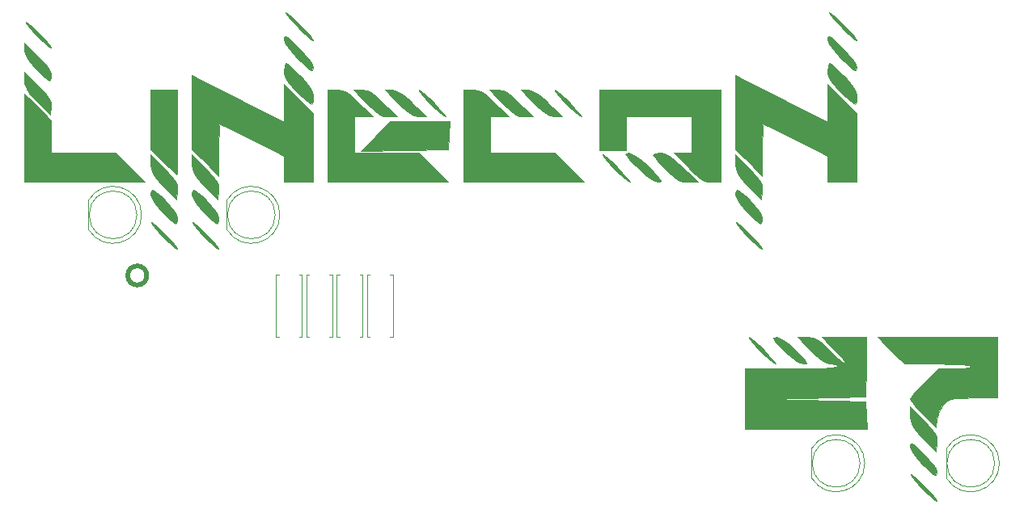
<source format=gbr>
G04 #@! TF.GenerationSoftware,KiCad,Pcbnew,(5.1.2)-1*
G04 #@! TF.CreationDate,2019-06-29T13:34:35-04:00*
G04 #@! TF.ProjectId,linecon27,6c696e65-636f-46e3-9237-2e6b69636164,rev?*
G04 #@! TF.SameCoordinates,Original*
G04 #@! TF.FileFunction,Legend,Top*
G04 #@! TF.FilePolarity,Positive*
%FSLAX46Y46*%
G04 Gerber Fmt 4.6, Leading zero omitted, Abs format (unit mm)*
G04 Created by KiCad (PCBNEW (5.1.2)-1) date 2019-06-29 13:34:35*
%MOMM*%
%LPD*%
G04 APERTURE LIST*
%ADD10C,0.010000*%
%ADD11C,0.500000*%
%ADD12C,0.120000*%
G04 APERTURE END LIST*
D10*
G36*
X216407934Y-117212536D02*
G01*
X216887270Y-117607837D01*
X217527468Y-118213110D01*
X217678000Y-118364000D01*
X218310191Y-119034817D01*
X218751607Y-119563046D01*
X218923942Y-119853262D01*
X218918234Y-119875431D01*
X218694065Y-119769463D01*
X218214729Y-119374162D01*
X217574531Y-118768889D01*
X217424000Y-118618000D01*
X216791808Y-117947182D01*
X216350392Y-117418953D01*
X216178057Y-117128737D01*
X216183765Y-117106568D01*
X216407934Y-117212536D01*
X216407934Y-117212536D01*
G37*
X216407934Y-117212536D02*
X216887270Y-117607837D01*
X217527468Y-118213110D01*
X217678000Y-118364000D01*
X218310191Y-119034817D01*
X218751607Y-119563046D01*
X218923942Y-119853262D01*
X218918234Y-119875431D01*
X218694065Y-119769463D01*
X218214729Y-119374162D01*
X217574531Y-118768889D01*
X217424000Y-118618000D01*
X216791808Y-117947182D01*
X216350392Y-117418953D01*
X216178057Y-117128737D01*
X216183765Y-117106568D01*
X216407934Y-117212536D01*
G36*
X216641740Y-114065434D02*
G01*
X217207624Y-114599472D01*
X217573656Y-114963178D01*
X218372150Y-115822306D01*
X218803183Y-116449503D01*
X218911015Y-116910415D01*
X218907156Y-116941095D01*
X218829122Y-117190142D01*
X218653184Y-117205496D01*
X218303718Y-116944789D01*
X217705102Y-116365650D01*
X217487500Y-116145690D01*
X216634629Y-115177716D01*
X216205936Y-114439295D01*
X216154000Y-114167773D01*
X216184876Y-113888776D01*
X216324140Y-113841599D01*
X216641740Y-114065434D01*
X216641740Y-114065434D01*
G37*
X216641740Y-114065434D02*
X217207624Y-114599472D01*
X217573656Y-114963178D01*
X218372150Y-115822306D01*
X218803183Y-116449503D01*
X218911015Y-116910415D01*
X218907156Y-116941095D01*
X218829122Y-117190142D01*
X218653184Y-117205496D01*
X218303718Y-116944789D01*
X217705102Y-116365650D01*
X217487500Y-116145690D01*
X216634629Y-115177716D01*
X216205936Y-114439295D01*
X216154000Y-114167773D01*
X216184876Y-113888776D01*
X216324140Y-113841599D01*
X216641740Y-114065434D01*
G36*
X217568887Y-111402409D02*
G01*
X218287838Y-112146989D01*
X218703622Y-112676594D01*
X218888306Y-113118684D01*
X218913954Y-113600722D01*
X218902387Y-113760957D01*
X218821000Y-114704618D01*
X217487500Y-113351322D01*
X216780808Y-112598046D01*
X216376146Y-112039053D01*
X216193837Y-111533420D01*
X216154000Y-110992773D01*
X216154000Y-109987521D01*
X217568887Y-111402409D01*
X217568887Y-111402409D01*
G37*
X217568887Y-111402409D02*
X218287838Y-112146989D01*
X218703622Y-112676594D01*
X218888306Y-113118684D01*
X218913954Y-113600722D01*
X218902387Y-113760957D01*
X218821000Y-114704618D01*
X217487500Y-113351322D01*
X216780808Y-112598046D01*
X216376146Y-112039053D01*
X216193837Y-111533420D01*
X216154000Y-110992773D01*
X216154000Y-109987521D01*
X217568887Y-111402409D01*
G36*
X205946550Y-102786081D02*
G01*
X206433085Y-102967982D01*
X206971410Y-103367693D01*
X207696977Y-104064200D01*
X207772000Y-104140000D01*
X208459409Y-104804857D01*
X209028039Y-105298054D01*
X209372994Y-105529889D01*
X209405646Y-105537000D01*
X209363351Y-105373961D01*
X209024951Y-104941130D01*
X208458477Y-104322934D01*
X208280000Y-104140000D01*
X206900353Y-102743000D01*
X211597635Y-102743000D01*
X211526317Y-105854500D01*
X211455000Y-108966000D01*
X201549000Y-109230920D01*
X211455000Y-109474000D01*
X211531175Y-110934500D01*
X211607351Y-112395000D01*
X198882000Y-112395000D01*
X198882000Y-106045000D01*
X203708000Y-106045000D01*
X205516106Y-106031918D01*
X206929972Y-105993784D01*
X207917958Y-105932262D01*
X208448426Y-105849018D01*
X208534000Y-105791000D01*
X208314610Y-105607520D01*
X207826823Y-105537000D01*
X207296867Y-105411168D01*
X206659418Y-104994092D01*
X205825788Y-104226402D01*
X205740000Y-104140000D01*
X204360353Y-102743000D01*
X205376353Y-102743000D01*
X205946550Y-102786081D01*
X205946550Y-102786081D01*
G37*
X205946550Y-102786081D02*
X206433085Y-102967982D01*
X206971410Y-103367693D01*
X207696977Y-104064200D01*
X207772000Y-104140000D01*
X208459409Y-104804857D01*
X209028039Y-105298054D01*
X209372994Y-105529889D01*
X209405646Y-105537000D01*
X209363351Y-105373961D01*
X209024951Y-104941130D01*
X208458477Y-104322934D01*
X208280000Y-104140000D01*
X206900353Y-102743000D01*
X211597635Y-102743000D01*
X211526317Y-105854500D01*
X211455000Y-108966000D01*
X201549000Y-109230920D01*
X211455000Y-109474000D01*
X211531175Y-110934500D01*
X211607351Y-112395000D01*
X198882000Y-112395000D01*
X198882000Y-106045000D01*
X203708000Y-106045000D01*
X205516106Y-106031918D01*
X206929972Y-105993784D01*
X207917958Y-105932262D01*
X208448426Y-105849018D01*
X208534000Y-105791000D01*
X208314610Y-105607520D01*
X207826823Y-105537000D01*
X207296867Y-105411168D01*
X206659418Y-104994092D01*
X205825788Y-104226402D01*
X205740000Y-104140000D01*
X204360353Y-102743000D01*
X205376353Y-102743000D01*
X205946550Y-102786081D01*
G36*
X225298000Y-109093000D02*
G01*
X222805521Y-109093000D01*
X221651625Y-109100712D01*
X220885297Y-109141607D01*
X220386150Y-109242325D01*
X220033795Y-109429504D01*
X219707841Y-109729781D01*
X219648765Y-109791500D01*
X219161003Y-110515144D01*
X218905546Y-111301568D01*
X218902744Y-111327569D01*
X218821000Y-112165139D01*
X217487500Y-110811582D01*
X216843601Y-110128138D01*
X216370419Y-109568981D01*
X216157852Y-109241451D01*
X216154000Y-109219378D01*
X216321582Y-108939086D01*
X216766852Y-108405629D01*
X217403594Y-107720298D01*
X217606548Y-107512865D01*
X219059097Y-106045000D01*
X220781548Y-106045000D01*
X221672240Y-106010458D01*
X222285266Y-105918332D01*
X222504000Y-105791000D01*
X222258345Y-105684468D01*
X221553734Y-105604279D01*
X220438700Y-105553953D01*
X219002823Y-105537000D01*
X215501646Y-105537000D01*
X214122000Y-104140000D01*
X212742353Y-102743000D01*
X225298000Y-102743000D01*
X225298000Y-109093000D01*
X225298000Y-109093000D01*
G37*
X225298000Y-109093000D02*
X222805521Y-109093000D01*
X221651625Y-109100712D01*
X220885297Y-109141607D01*
X220386150Y-109242325D01*
X220033795Y-109429504D01*
X219707841Y-109729781D01*
X219648765Y-109791500D01*
X219161003Y-110515144D01*
X218905546Y-111301568D01*
X218902744Y-111327569D01*
X218821000Y-112165139D01*
X217487500Y-110811582D01*
X216843601Y-110128138D01*
X216370419Y-109568981D01*
X216157852Y-109241451D01*
X216154000Y-109219378D01*
X216321582Y-108939086D01*
X216766852Y-108405629D01*
X217403594Y-107720298D01*
X217606548Y-107512865D01*
X219059097Y-106045000D01*
X220781548Y-106045000D01*
X221672240Y-106010458D01*
X222285266Y-105918332D01*
X222504000Y-105791000D01*
X222258345Y-105684468D01*
X221553734Y-105604279D01*
X220438700Y-105553953D01*
X219002823Y-105537000D01*
X215501646Y-105537000D01*
X214122000Y-104140000D01*
X212742353Y-102743000D01*
X225298000Y-102743000D01*
X225298000Y-109093000D01*
G36*
X199568591Y-102912459D02*
G01*
X200101269Y-103361038D01*
X200773493Y-103999034D01*
X200914000Y-104140000D01*
X201529194Y-104792948D01*
X201934218Y-105282753D01*
X202061044Y-105524987D01*
X202039646Y-105537000D01*
X201751408Y-105367540D01*
X201218730Y-104918961D01*
X200546506Y-104280965D01*
X200406000Y-104140000D01*
X199790805Y-103487051D01*
X199385781Y-102997246D01*
X199258955Y-102755012D01*
X199280353Y-102743000D01*
X199568591Y-102912459D01*
X199568591Y-102912459D01*
G37*
X199568591Y-102912459D02*
X200101269Y-103361038D01*
X200773493Y-103999034D01*
X200914000Y-104140000D01*
X201529194Y-104792948D01*
X201934218Y-105282753D01*
X202061044Y-105524987D01*
X202039646Y-105537000D01*
X201751408Y-105367540D01*
X201218730Y-104918961D01*
X200546506Y-104280965D01*
X200406000Y-104140000D01*
X199790805Y-103487051D01*
X199385781Y-102997246D01*
X199258955Y-102755012D01*
X199280353Y-102743000D01*
X199568591Y-102912459D01*
G36*
X202787359Y-102937390D02*
G01*
X203581937Y-103534591D01*
X204216000Y-104140000D01*
X204894027Y-104839325D01*
X205246300Y-105256431D01*
X205311199Y-105463319D01*
X205127102Y-105531990D01*
X204960646Y-105537000D01*
X204374640Y-105342609D01*
X203580062Y-104745408D01*
X202946000Y-104140000D01*
X202267972Y-103440674D01*
X201915699Y-103023568D01*
X201850800Y-102816680D01*
X202034897Y-102748009D01*
X202201353Y-102743000D01*
X202787359Y-102937390D01*
X202787359Y-102937390D01*
G37*
X202787359Y-102937390D02*
X203581937Y-103534591D01*
X204216000Y-104140000D01*
X204894027Y-104839325D01*
X205246300Y-105256431D01*
X205311199Y-105463319D01*
X205127102Y-105531990D01*
X204960646Y-105537000D01*
X204374640Y-105342609D01*
X203580062Y-104745408D01*
X202946000Y-104140000D01*
X202267972Y-103440674D01*
X201915699Y-103023568D01*
X201850800Y-102816680D01*
X202034897Y-102748009D01*
X202201353Y-102743000D01*
X202787359Y-102937390D01*
G36*
X136905934Y-90796536D02*
G01*
X137385270Y-91191837D01*
X138025468Y-91797110D01*
X138176000Y-91948000D01*
X138808191Y-92618817D01*
X139249607Y-93147046D01*
X139421942Y-93437262D01*
X139416234Y-93459431D01*
X139192065Y-93353463D01*
X138712729Y-92958162D01*
X138072531Y-92352889D01*
X137922000Y-92202000D01*
X137289808Y-91531182D01*
X136848392Y-91002953D01*
X136676057Y-90712737D01*
X136681765Y-90690568D01*
X136905934Y-90796536D01*
X136905934Y-90796536D01*
G37*
X136905934Y-90796536D02*
X137385270Y-91191837D01*
X138025468Y-91797110D01*
X138176000Y-91948000D01*
X138808191Y-92618817D01*
X139249607Y-93147046D01*
X139421942Y-93437262D01*
X139416234Y-93459431D01*
X139192065Y-93353463D01*
X138712729Y-92958162D01*
X138072531Y-92352889D01*
X137922000Y-92202000D01*
X137289808Y-91531182D01*
X136848392Y-91002953D01*
X136676057Y-90712737D01*
X136681765Y-90690568D01*
X136905934Y-90796536D01*
G36*
X141223934Y-90796536D02*
G01*
X141703270Y-91191837D01*
X142343468Y-91797110D01*
X142494000Y-91948000D01*
X143126191Y-92618817D01*
X143567607Y-93147046D01*
X143739942Y-93437262D01*
X143734234Y-93459431D01*
X143510065Y-93353463D01*
X143030729Y-92958162D01*
X142390531Y-92352889D01*
X142240000Y-92202000D01*
X141607808Y-91531182D01*
X141166392Y-91002953D01*
X140994057Y-90712737D01*
X140999765Y-90690568D01*
X141223934Y-90796536D01*
X141223934Y-90796536D01*
G37*
X141223934Y-90796536D02*
X141703270Y-91191837D01*
X142343468Y-91797110D01*
X142494000Y-91948000D01*
X143126191Y-92618817D01*
X143567607Y-93147046D01*
X143739942Y-93437262D01*
X143734234Y-93459431D01*
X143510065Y-93353463D01*
X143030729Y-92958162D01*
X142390531Y-92352889D01*
X142240000Y-92202000D01*
X141607808Y-91531182D01*
X141166392Y-91002953D01*
X140994057Y-90712737D01*
X140999765Y-90690568D01*
X141223934Y-90796536D01*
G36*
X198119934Y-90796536D02*
G01*
X198599270Y-91191837D01*
X199239468Y-91797110D01*
X199390000Y-91948000D01*
X200022191Y-92618817D01*
X200463607Y-93147046D01*
X200635942Y-93437262D01*
X200630234Y-93459431D01*
X200406065Y-93353463D01*
X199926729Y-92958162D01*
X199286531Y-92352889D01*
X199136000Y-92202000D01*
X198503808Y-91531182D01*
X198062392Y-91002953D01*
X197890057Y-90712737D01*
X197895765Y-90690568D01*
X198119934Y-90796536D01*
X198119934Y-90796536D01*
G37*
X198119934Y-90796536D02*
X198599270Y-91191837D01*
X199239468Y-91797110D01*
X199390000Y-91948000D01*
X200022191Y-92618817D01*
X200463607Y-93147046D01*
X200635942Y-93437262D01*
X200630234Y-93459431D01*
X200406065Y-93353463D01*
X199926729Y-92958162D01*
X199286531Y-92352889D01*
X199136000Y-92202000D01*
X198503808Y-91531182D01*
X198062392Y-91002953D01*
X197890057Y-90712737D01*
X197895765Y-90690568D01*
X198119934Y-90796536D01*
G36*
X137256344Y-87523916D02*
G01*
X137879052Y-88094146D01*
X138269228Y-88484712D01*
X138960762Y-89243050D01*
X139318814Y-89806105D01*
X139411700Y-90289437D01*
X139402679Y-90401967D01*
X139345312Y-90733455D01*
X139225978Y-90840780D01*
X138965078Y-90686187D01*
X138483016Y-90231919D01*
X137985500Y-89729767D01*
X137250440Y-88904675D01*
X136784635Y-88214645D01*
X136652000Y-87812512D01*
X136700066Y-87406895D01*
X136882432Y-87302764D01*
X137256344Y-87523916D01*
X137256344Y-87523916D01*
G37*
X137256344Y-87523916D02*
X137879052Y-88094146D01*
X138269228Y-88484712D01*
X138960762Y-89243050D01*
X139318814Y-89806105D01*
X139411700Y-90289437D01*
X139402679Y-90401967D01*
X139345312Y-90733455D01*
X139225978Y-90840780D01*
X138965078Y-90686187D01*
X138483016Y-90231919D01*
X137985500Y-89729767D01*
X137250440Y-88904675D01*
X136784635Y-88214645D01*
X136652000Y-87812512D01*
X136700066Y-87406895D01*
X136882432Y-87302764D01*
X137256344Y-87523916D01*
G36*
X141574344Y-87523916D02*
G01*
X142197052Y-88094146D01*
X142587228Y-88484712D01*
X143278762Y-89243050D01*
X143636814Y-89806105D01*
X143729700Y-90289437D01*
X143720679Y-90401967D01*
X143663312Y-90733455D01*
X143543978Y-90840780D01*
X143283078Y-90686187D01*
X142801016Y-90231919D01*
X142303500Y-89729767D01*
X141568440Y-88904675D01*
X141102635Y-88214645D01*
X140970000Y-87812512D01*
X141018066Y-87406895D01*
X141200432Y-87302764D01*
X141574344Y-87523916D01*
X141574344Y-87523916D01*
G37*
X141574344Y-87523916D02*
X142197052Y-88094146D01*
X142587228Y-88484712D01*
X143278762Y-89243050D01*
X143636814Y-89806105D01*
X143729700Y-90289437D01*
X143720679Y-90401967D01*
X143663312Y-90733455D01*
X143543978Y-90840780D01*
X143283078Y-90686187D01*
X142801016Y-90231919D01*
X142303500Y-89729767D01*
X141568440Y-88904675D01*
X141102635Y-88214645D01*
X140970000Y-87812512D01*
X141018066Y-87406895D01*
X141200432Y-87302764D01*
X141574344Y-87523916D01*
G36*
X198470344Y-87523916D02*
G01*
X199093052Y-88094146D01*
X199483228Y-88484712D01*
X200174762Y-89243050D01*
X200532814Y-89806105D01*
X200625700Y-90289437D01*
X200616679Y-90401967D01*
X200559312Y-90733455D01*
X200439978Y-90840780D01*
X200179078Y-90686187D01*
X199697016Y-90231919D01*
X199199500Y-89729767D01*
X198464440Y-88904675D01*
X197998635Y-88214645D01*
X197866000Y-87812512D01*
X197914066Y-87406895D01*
X198096432Y-87302764D01*
X198470344Y-87523916D01*
X198470344Y-87523916D01*
G37*
X198470344Y-87523916D02*
X199093052Y-88094146D01*
X199483228Y-88484712D01*
X200174762Y-89243050D01*
X200532814Y-89806105D01*
X200625700Y-90289437D01*
X200616679Y-90401967D01*
X200559312Y-90733455D01*
X200439978Y-90840780D01*
X200179078Y-90686187D01*
X199697016Y-90231919D01*
X199199500Y-89729767D01*
X198464440Y-88904675D01*
X197998635Y-88214645D01*
X197866000Y-87812512D01*
X197914066Y-87406895D01*
X198096432Y-87302764D01*
X198470344Y-87523916D01*
G36*
X138066887Y-84986409D02*
G01*
X138785838Y-85730989D01*
X139201622Y-86260594D01*
X139386306Y-86702684D01*
X139411954Y-87184722D01*
X139400387Y-87344957D01*
X139319000Y-88288618D01*
X137985500Y-86935322D01*
X137278808Y-86182046D01*
X136874146Y-85623053D01*
X136691837Y-85117420D01*
X136652000Y-84576773D01*
X136652000Y-83571521D01*
X138066887Y-84986409D01*
X138066887Y-84986409D01*
G37*
X138066887Y-84986409D02*
X138785838Y-85730989D01*
X139201622Y-86260594D01*
X139386306Y-86702684D01*
X139411954Y-87184722D01*
X139400387Y-87344957D01*
X139319000Y-88288618D01*
X137985500Y-86935322D01*
X137278808Y-86182046D01*
X136874146Y-85623053D01*
X136691837Y-85117420D01*
X136652000Y-84576773D01*
X136652000Y-83571521D01*
X138066887Y-84986409D01*
G36*
X142384887Y-84986409D02*
G01*
X143103838Y-85730989D01*
X143519622Y-86260594D01*
X143704306Y-86702684D01*
X143729954Y-87184722D01*
X143718387Y-87344957D01*
X143637000Y-88288618D01*
X142303500Y-86935322D01*
X141596808Y-86182046D01*
X141192146Y-85623053D01*
X141009837Y-85117420D01*
X140970000Y-84576773D01*
X140970000Y-83571521D01*
X142384887Y-84986409D01*
X142384887Y-84986409D01*
G37*
X142384887Y-84986409D02*
X143103838Y-85730989D01*
X143519622Y-86260594D01*
X143704306Y-86702684D01*
X143729954Y-87184722D01*
X143718387Y-87344957D01*
X143637000Y-88288618D01*
X142303500Y-86935322D01*
X141596808Y-86182046D01*
X141192146Y-85623053D01*
X141009837Y-85117420D01*
X140970000Y-84576773D01*
X140970000Y-83571521D01*
X142384887Y-84986409D01*
G36*
X199280887Y-84986409D02*
G01*
X199999838Y-85730989D01*
X200415622Y-86260594D01*
X200600306Y-86702684D01*
X200625954Y-87184722D01*
X200614387Y-87344957D01*
X200533000Y-88288618D01*
X199199500Y-86935322D01*
X198492808Y-86182046D01*
X198088146Y-85623053D01*
X197905837Y-85117420D01*
X197866000Y-84576773D01*
X197866000Y-83571521D01*
X199280887Y-84986409D01*
X199280887Y-84986409D01*
G37*
X199280887Y-84986409D02*
X199999838Y-85730989D01*
X200415622Y-86260594D01*
X200600306Y-86702684D01*
X200625954Y-87184722D01*
X200614387Y-87344957D01*
X200533000Y-88288618D01*
X199199500Y-86935322D01*
X198492808Y-86182046D01*
X198088146Y-85623053D01*
X197905837Y-85117420D01*
X197866000Y-84576773D01*
X197866000Y-83571521D01*
X199280887Y-84986409D01*
G36*
X124841000Y-78612999D02*
G01*
X126238000Y-79992646D01*
X126238000Y-83439000D01*
X132984902Y-83439000D01*
X134493000Y-84963000D01*
X136001097Y-86487000D01*
X123444000Y-86487000D01*
X123444000Y-81860176D01*
X123443999Y-77233353D01*
X124841000Y-78612999D01*
X124841000Y-78612999D01*
G37*
X124841000Y-78612999D02*
X126238000Y-79992646D01*
X126238000Y-83439000D01*
X132984902Y-83439000D01*
X134493000Y-84963000D01*
X136001097Y-86487000D01*
X123444000Y-86487000D01*
X123444000Y-81860176D01*
X123443999Y-77233353D01*
X124841000Y-78612999D01*
G36*
X145796000Y-77723999D02*
G01*
X150622000Y-80139542D01*
X150622000Y-76215902D01*
X152146000Y-77723999D01*
X153670000Y-79232097D01*
X153670000Y-86487000D01*
X150622000Y-86487000D01*
X150622000Y-83696634D01*
X147323626Y-82043817D01*
X146145992Y-81457975D01*
X145135698Y-80963465D01*
X144376557Y-80600684D01*
X143952382Y-80410033D01*
X143894626Y-80391000D01*
X143841500Y-80627673D01*
X143798776Y-81268445D01*
X143771440Y-82209442D01*
X143764000Y-83112823D01*
X143764000Y-85834646D01*
X142367000Y-84455000D01*
X140970000Y-83075353D01*
X140970000Y-75308457D01*
X145796000Y-77723999D01*
X145796000Y-77723999D01*
G37*
X145796000Y-77723999D02*
X150622000Y-80139542D01*
X150622000Y-76215902D01*
X152146000Y-77723999D01*
X153670000Y-79232097D01*
X153670000Y-86487000D01*
X150622000Y-86487000D01*
X150622000Y-83696634D01*
X147323626Y-82043817D01*
X146145992Y-81457975D01*
X145135698Y-80963465D01*
X144376557Y-80600684D01*
X143952382Y-80410033D01*
X143894626Y-80391000D01*
X143841500Y-80627673D01*
X143798776Y-81268445D01*
X143771440Y-82209442D01*
X143764000Y-83112823D01*
X143764000Y-85834646D01*
X142367000Y-84455000D01*
X140970000Y-83075353D01*
X140970000Y-75308457D01*
X145796000Y-77723999D01*
G36*
X156707517Y-76884910D02*
G01*
X157198987Y-77087137D01*
X157761533Y-77520426D01*
X158496000Y-78232000D01*
X159875646Y-79629000D01*
X157988000Y-79629000D01*
X157988000Y-83439000D01*
X164734902Y-83439000D01*
X166243000Y-84963000D01*
X167751097Y-86487000D01*
X155194000Y-86487000D01*
X155194000Y-76835000D01*
X156155176Y-76835000D01*
X156707517Y-76884910D01*
X156707517Y-76884910D01*
G37*
X156707517Y-76884910D02*
X157198987Y-77087137D01*
X157761533Y-77520426D01*
X158496000Y-78232000D01*
X159875646Y-79629000D01*
X157988000Y-79629000D01*
X157988000Y-83439000D01*
X164734902Y-83439000D01*
X166243000Y-84963000D01*
X167751097Y-86487000D01*
X155194000Y-86487000D01*
X155194000Y-76835000D01*
X156155176Y-76835000D01*
X156707517Y-76884910D01*
G36*
X170931517Y-76884910D02*
G01*
X171422987Y-77087137D01*
X171985533Y-77520426D01*
X172720000Y-78232000D01*
X174099646Y-79629000D01*
X172212000Y-79629000D01*
X172212000Y-83439000D01*
X178958902Y-83439000D01*
X180467000Y-84963000D01*
X181975097Y-86487000D01*
X169418000Y-86487000D01*
X169418000Y-76835000D01*
X170379176Y-76835000D01*
X170931517Y-76884910D01*
X170931517Y-76884910D01*
G37*
X170931517Y-76884910D02*
X171422987Y-77087137D01*
X171985533Y-77520426D01*
X172720000Y-78232000D01*
X174099646Y-79629000D01*
X172212000Y-79629000D01*
X172212000Y-83439000D01*
X178958902Y-83439000D01*
X180467000Y-84963000D01*
X181975097Y-86487000D01*
X169418000Y-86487000D01*
X169418000Y-76835000D01*
X170379176Y-76835000D01*
X170931517Y-76884910D01*
G36*
X184147793Y-83688011D02*
G01*
X184631278Y-84088394D01*
X185286432Y-84703687D01*
X185553573Y-84969642D01*
X186202450Y-85653131D01*
X186647272Y-86176784D01*
X186821416Y-86459522D01*
X186800372Y-86487000D01*
X186511546Y-86317549D01*
X185978718Y-85869148D01*
X185307165Y-85231719D01*
X185172205Y-85096284D01*
X184538281Y-84423931D01*
X184094773Y-83894135D01*
X183919866Y-83602048D01*
X183925406Y-83578926D01*
X184147793Y-83688011D01*
X184147793Y-83688011D01*
G37*
X184147793Y-83688011D02*
X184631278Y-84088394D01*
X185286432Y-84703687D01*
X185553573Y-84969642D01*
X186202450Y-85653131D01*
X186647272Y-86176784D01*
X186821416Y-86459522D01*
X186800372Y-86487000D01*
X186511546Y-86317549D01*
X185978718Y-85869148D01*
X185307165Y-85231719D01*
X185172205Y-85096284D01*
X184538281Y-84423931D01*
X184094773Y-83894135D01*
X183919866Y-83602048D01*
X183925406Y-83578926D01*
X184147793Y-83688011D01*
G36*
X187252135Y-83614771D02*
G01*
X188000309Y-84161394D01*
X188849000Y-84963000D01*
X189566391Y-85700494D01*
X189957994Y-86153043D01*
X190062996Y-86389049D01*
X189920586Y-86476916D01*
X189722097Y-86487000D01*
X189175864Y-86311228D01*
X188427690Y-85764605D01*
X187579000Y-84963000D01*
X186861608Y-84225505D01*
X186470005Y-83772956D01*
X186365003Y-83536950D01*
X186507413Y-83449083D01*
X186705902Y-83439000D01*
X187252135Y-83614771D01*
X187252135Y-83614771D01*
G37*
X187252135Y-83614771D02*
X188000309Y-84161394D01*
X188849000Y-84963000D01*
X189566391Y-85700494D01*
X189957994Y-86153043D01*
X190062996Y-86389049D01*
X189920586Y-86476916D01*
X189722097Y-86487000D01*
X189175864Y-86311228D01*
X188427690Y-85764605D01*
X187579000Y-84963000D01*
X186861608Y-84225505D01*
X186470005Y-83772956D01*
X186365003Y-83536950D01*
X186507413Y-83449083D01*
X186705902Y-83439000D01*
X187252135Y-83614771D01*
G36*
X190516602Y-83523336D02*
G01*
X191067487Y-83820823D01*
X191773123Y-84398181D01*
X192366787Y-84958199D01*
X193929000Y-86477399D01*
X192904323Y-86482199D01*
X192320612Y-86441423D01*
X191829136Y-86259010D01*
X191288202Y-85854348D01*
X190556120Y-85146826D01*
X190554823Y-85145512D01*
X189914207Y-84473932D01*
X189443880Y-83937211D01*
X189233583Y-83638582D01*
X189230000Y-83621512D01*
X189451535Y-83494908D01*
X189987627Y-83439128D01*
X190017287Y-83439000D01*
X190516602Y-83523336D01*
X190516602Y-83523336D01*
G37*
X190516602Y-83523336D02*
X191067487Y-83820823D01*
X191773123Y-84398181D01*
X192366787Y-84958199D01*
X193929000Y-86477399D01*
X192904323Y-86482199D01*
X192320612Y-86441423D01*
X191829136Y-86259010D01*
X191288202Y-85854348D01*
X190556120Y-85146826D01*
X190554823Y-85145512D01*
X189914207Y-84473932D01*
X189443880Y-83937211D01*
X189233583Y-83638582D01*
X189230000Y-83621512D01*
X189451535Y-83494908D01*
X189987627Y-83439128D01*
X190017287Y-83439000D01*
X190516602Y-83523336D01*
G36*
X196342000Y-86487000D02*
G01*
X195381548Y-86487000D01*
X194854015Y-86441564D01*
X194380485Y-86255459D01*
X193839971Y-85853990D01*
X193111481Y-85162461D01*
X192913000Y-84963000D01*
X191404902Y-83439000D01*
X193294000Y-83439000D01*
X193294000Y-79629000D01*
X186436000Y-79629000D01*
X186436000Y-83185000D01*
X183642000Y-83185000D01*
X183642000Y-76835000D01*
X196342000Y-76835000D01*
X196342000Y-86487000D01*
X196342000Y-86487000D01*
G37*
X196342000Y-86487000D02*
X195381548Y-86487000D01*
X194854015Y-86441564D01*
X194380485Y-86255459D01*
X193839971Y-85853990D01*
X193111481Y-85162461D01*
X192913000Y-84963000D01*
X191404902Y-83439000D01*
X193294000Y-83439000D01*
X193294000Y-79629000D01*
X186436000Y-79629000D01*
X186436000Y-83185000D01*
X183642000Y-83185000D01*
X183642000Y-76835000D01*
X196342000Y-76835000D01*
X196342000Y-86487000D01*
G36*
X202692000Y-77723999D02*
G01*
X207518000Y-80139542D01*
X207518000Y-76215902D01*
X209042000Y-77723999D01*
X210566000Y-79232097D01*
X210566000Y-86487000D01*
X207518000Y-86487000D01*
X207518000Y-83696634D01*
X204219626Y-82043817D01*
X203041992Y-81457975D01*
X202031698Y-80963465D01*
X201272557Y-80600684D01*
X200848382Y-80410033D01*
X200790626Y-80391000D01*
X200737500Y-80627673D01*
X200694776Y-81268445D01*
X200667440Y-82209442D01*
X200660000Y-83112823D01*
X200660000Y-85834646D01*
X199263000Y-84455000D01*
X197866000Y-83075353D01*
X197866000Y-75308457D01*
X202692000Y-77723999D01*
X202692000Y-77723999D01*
G37*
X202692000Y-77723999D02*
X207518000Y-80139542D01*
X207518000Y-76215902D01*
X209042000Y-77723999D01*
X210566000Y-79232097D01*
X210566000Y-86487000D01*
X207518000Y-86487000D01*
X207518000Y-83696634D01*
X204219626Y-82043817D01*
X203041992Y-81457975D01*
X202031698Y-80963465D01*
X201272557Y-80600684D01*
X200848382Y-80410033D01*
X200790626Y-80391000D01*
X200737500Y-80627673D01*
X200694776Y-81268445D01*
X200667440Y-82209442D01*
X200660000Y-83112823D01*
X200660000Y-85834646D01*
X199263000Y-84455000D01*
X197866000Y-83075353D01*
X197866000Y-75308457D01*
X202692000Y-77723999D01*
G36*
X139446000Y-81280000D02*
G01*
X139442095Y-82718935D01*
X139431262Y-83963694D01*
X139414820Y-84932987D01*
X139394089Y-85545527D01*
X139373823Y-85725000D01*
X139174267Y-85558127D01*
X138713275Y-85117246D01*
X138084163Y-84491964D01*
X137976823Y-84383512D01*
X136652000Y-83042025D01*
X136652000Y-76835000D01*
X139446000Y-76835000D01*
X139446000Y-81280000D01*
X139446000Y-81280000D01*
G37*
X139446000Y-81280000D02*
X139442095Y-82718935D01*
X139431262Y-83963694D01*
X139414820Y-84932987D01*
X139394089Y-85545527D01*
X139373823Y-85725000D01*
X139174267Y-85558127D01*
X138713275Y-85117246D01*
X138084163Y-84491964D01*
X137976823Y-84383512D01*
X136652000Y-83042025D01*
X136652000Y-76835000D01*
X139446000Y-76835000D01*
X139446000Y-81280000D01*
G36*
X167843175Y-81597500D02*
G01*
X167767000Y-83058000D01*
X163196903Y-83127611D01*
X158626806Y-83197223D01*
X160140952Y-81667111D01*
X161655097Y-80137000D01*
X167919351Y-80137000D01*
X167843175Y-81597500D01*
X167843175Y-81597500D01*
G37*
X167843175Y-81597500D02*
X167767000Y-83058000D01*
X163196903Y-83127611D01*
X158626806Y-83197223D01*
X160140952Y-81667111D01*
X161655097Y-80137000D01*
X167919351Y-80137000D01*
X167843175Y-81597500D01*
G36*
X159300072Y-76896741D02*
G01*
X159806354Y-77133722D01*
X160412272Y-77623575D01*
X161036000Y-78232000D01*
X162415646Y-79629000D01*
X161526646Y-79629000D01*
X160993927Y-79567258D01*
X160487645Y-79330277D01*
X159881727Y-78840424D01*
X159258000Y-78232000D01*
X157878353Y-76835000D01*
X158767353Y-76835000D01*
X159300072Y-76896741D01*
X159300072Y-76896741D01*
G37*
X159300072Y-76896741D02*
X159806354Y-77133722D01*
X160412272Y-77623575D01*
X161036000Y-78232000D01*
X162415646Y-79629000D01*
X161526646Y-79629000D01*
X160993927Y-79567258D01*
X160487645Y-79330277D01*
X159881727Y-78840424D01*
X159258000Y-78232000D01*
X157878353Y-76835000D01*
X158767353Y-76835000D01*
X159300072Y-76896741D01*
G36*
X162461124Y-76932614D02*
G01*
X163035612Y-77271941D01*
X163772713Y-77922710D01*
X164084000Y-78232000D01*
X165463646Y-79629000D01*
X164701646Y-79629000D01*
X164182875Y-79531385D01*
X163608387Y-79192058D01*
X162871286Y-78541289D01*
X162560000Y-78232000D01*
X161180353Y-76835000D01*
X161942353Y-76835000D01*
X162461124Y-76932614D01*
X162461124Y-76932614D01*
G37*
X162461124Y-76932614D02*
X163035612Y-77271941D01*
X163772713Y-77922710D01*
X164084000Y-78232000D01*
X165463646Y-79629000D01*
X164701646Y-79629000D01*
X164182875Y-79531385D01*
X163608387Y-79192058D01*
X162871286Y-78541289D01*
X162560000Y-78232000D01*
X161180353Y-76835000D01*
X161942353Y-76835000D01*
X162461124Y-76932614D01*
G36*
X165024591Y-77004459D02*
G01*
X165557269Y-77453038D01*
X166229493Y-78091034D01*
X166370000Y-78232000D01*
X166985194Y-78884948D01*
X167390218Y-79374753D01*
X167517044Y-79616987D01*
X167495646Y-79629000D01*
X167207408Y-79459540D01*
X166674730Y-79010961D01*
X166002506Y-78372965D01*
X165862000Y-78232000D01*
X165246805Y-77579051D01*
X164841781Y-77089246D01*
X164714955Y-76847012D01*
X164736353Y-76835000D01*
X165024591Y-77004459D01*
X165024591Y-77004459D01*
G37*
X165024591Y-77004459D02*
X165557269Y-77453038D01*
X166229493Y-78091034D01*
X166370000Y-78232000D01*
X166985194Y-78884948D01*
X167390218Y-79374753D01*
X167517044Y-79616987D01*
X167495646Y-79629000D01*
X167207408Y-79459540D01*
X166674730Y-79010961D01*
X166002506Y-78372965D01*
X165862000Y-78232000D01*
X165246805Y-77579051D01*
X164841781Y-77089246D01*
X164714955Y-76847012D01*
X164736353Y-76835000D01*
X165024591Y-77004459D01*
G36*
X173524072Y-76896741D02*
G01*
X174030354Y-77133722D01*
X174636272Y-77623575D01*
X175260000Y-78232000D01*
X176639646Y-79629000D01*
X175750646Y-79629000D01*
X175217927Y-79567258D01*
X174711645Y-79330277D01*
X174105727Y-78840424D01*
X173482000Y-78232000D01*
X172102353Y-76835000D01*
X172991353Y-76835000D01*
X173524072Y-76896741D01*
X173524072Y-76896741D01*
G37*
X173524072Y-76896741D02*
X174030354Y-77133722D01*
X174636272Y-77623575D01*
X175260000Y-78232000D01*
X176639646Y-79629000D01*
X175750646Y-79629000D01*
X175217927Y-79567258D01*
X174711645Y-79330277D01*
X174105727Y-78840424D01*
X173482000Y-78232000D01*
X172102353Y-76835000D01*
X172991353Y-76835000D01*
X173524072Y-76896741D01*
G36*
X176685124Y-76932614D02*
G01*
X177259612Y-77271941D01*
X177996713Y-77922710D01*
X178308000Y-78232000D01*
X179687646Y-79629000D01*
X178925646Y-79629000D01*
X178406875Y-79531385D01*
X177832387Y-79192058D01*
X177095286Y-78541289D01*
X176784000Y-78232000D01*
X175404353Y-76835000D01*
X176166353Y-76835000D01*
X176685124Y-76932614D01*
X176685124Y-76932614D01*
G37*
X176685124Y-76932614D02*
X177259612Y-77271941D01*
X177996713Y-77922710D01*
X178308000Y-78232000D01*
X179687646Y-79629000D01*
X178925646Y-79629000D01*
X178406875Y-79531385D01*
X177832387Y-79192058D01*
X177095286Y-78541289D01*
X176784000Y-78232000D01*
X175404353Y-76835000D01*
X176166353Y-76835000D01*
X176685124Y-76932614D01*
G36*
X179248591Y-77004459D02*
G01*
X179781269Y-77453038D01*
X180453493Y-78091034D01*
X180594000Y-78232000D01*
X181209194Y-78884948D01*
X181614218Y-79374753D01*
X181741044Y-79616987D01*
X181719646Y-79629000D01*
X181431408Y-79459540D01*
X180898730Y-79010961D01*
X180226506Y-78372965D01*
X180086000Y-78232000D01*
X179470805Y-77579051D01*
X179065781Y-77089246D01*
X178938955Y-76847012D01*
X178960353Y-76835000D01*
X179248591Y-77004459D01*
X179248591Y-77004459D01*
G37*
X179248591Y-77004459D02*
X179781269Y-77453038D01*
X180453493Y-78091034D01*
X180594000Y-78232000D01*
X181209194Y-78884948D01*
X181614218Y-79374753D01*
X181741044Y-79616987D01*
X181719646Y-79629000D01*
X181431408Y-79459540D01*
X180898730Y-79010961D01*
X180226506Y-78372965D01*
X180086000Y-78232000D01*
X179470805Y-77579051D01*
X179065781Y-77089246D01*
X178938955Y-76847012D01*
X178960353Y-76835000D01*
X179248591Y-77004459D01*
G36*
X124860191Y-76351713D02*
G01*
X125589099Y-77112177D01*
X126007082Y-77656755D01*
X126185229Y-78104424D01*
X126194627Y-78574157D01*
X126193691Y-78583522D01*
X126111000Y-79399139D01*
X124777500Y-78045582D01*
X124052526Y-77264239D01*
X123641635Y-76676733D01*
X123467302Y-76153316D01*
X123444000Y-75813773D01*
X123444000Y-74935521D01*
X124860191Y-76351713D01*
X124860191Y-76351713D01*
G37*
X124860191Y-76351713D02*
X125589099Y-77112177D01*
X126007082Y-77656755D01*
X126185229Y-78104424D01*
X126194627Y-78574157D01*
X126193691Y-78583522D01*
X126111000Y-79399139D01*
X124777500Y-78045582D01*
X124052526Y-77264239D01*
X123641635Y-76676733D01*
X123467302Y-76153316D01*
X123444000Y-75813773D01*
X123444000Y-74935521D01*
X124860191Y-76351713D01*
G36*
X151084002Y-74209556D02*
G01*
X151594179Y-74654539D01*
X152248294Y-75284917D01*
X152345176Y-75382487D01*
X153082555Y-76181919D01*
X153495323Y-76788924D01*
X153658134Y-77325162D01*
X153670000Y-77541487D01*
X153615886Y-78100244D01*
X153484266Y-78357144D01*
X153470823Y-78359000D01*
X153207997Y-78190443D01*
X152697820Y-77745460D01*
X152043705Y-77115082D01*
X151946823Y-77017512D01*
X151209444Y-76218080D01*
X150796676Y-75611075D01*
X150633865Y-75074837D01*
X150622000Y-74858512D01*
X150676113Y-74299755D01*
X150807733Y-74042855D01*
X150821176Y-74041000D01*
X151084002Y-74209556D01*
X151084002Y-74209556D01*
G37*
X151084002Y-74209556D02*
X151594179Y-74654539D01*
X152248294Y-75284917D01*
X152345176Y-75382487D01*
X153082555Y-76181919D01*
X153495323Y-76788924D01*
X153658134Y-77325162D01*
X153670000Y-77541487D01*
X153615886Y-78100244D01*
X153484266Y-78357144D01*
X153470823Y-78359000D01*
X153207997Y-78190443D01*
X152697820Y-77745460D01*
X152043705Y-77115082D01*
X151946823Y-77017512D01*
X151209444Y-76218080D01*
X150796676Y-75611075D01*
X150633865Y-75074837D01*
X150622000Y-74858512D01*
X150676113Y-74299755D01*
X150807733Y-74042855D01*
X150821176Y-74041000D01*
X151084002Y-74209556D01*
G36*
X207980002Y-74209556D02*
G01*
X208490179Y-74654539D01*
X209144294Y-75284917D01*
X209241176Y-75382487D01*
X209978555Y-76181919D01*
X210391323Y-76788924D01*
X210554134Y-77325162D01*
X210566000Y-77541487D01*
X210511886Y-78100244D01*
X210380266Y-78357144D01*
X210366823Y-78359000D01*
X210103997Y-78190443D01*
X209593820Y-77745460D01*
X208939705Y-77115082D01*
X208842823Y-77017512D01*
X208105444Y-76218080D01*
X207692676Y-75611075D01*
X207529865Y-75074837D01*
X207518000Y-74858512D01*
X207572113Y-74299755D01*
X207703733Y-74042855D01*
X207717176Y-74041000D01*
X207980002Y-74209556D01*
X207980002Y-74209556D01*
G37*
X207980002Y-74209556D02*
X208490179Y-74654539D01*
X209144294Y-75284917D01*
X209241176Y-75382487D01*
X209978555Y-76181919D01*
X210391323Y-76788924D01*
X210554134Y-77325162D01*
X210566000Y-77541487D01*
X210511886Y-78100244D01*
X210380266Y-78357144D01*
X210366823Y-78359000D01*
X210103997Y-78190443D01*
X209593820Y-77745460D01*
X208939705Y-77115082D01*
X208842823Y-77017512D01*
X208105444Y-76218080D01*
X207692676Y-75611075D01*
X207529865Y-75074837D01*
X207518000Y-74858512D01*
X207572113Y-74299755D01*
X207703733Y-74042855D01*
X207717176Y-74041000D01*
X207980002Y-74209556D01*
G36*
X124861731Y-73305253D02*
G01*
X125610344Y-74094855D01*
X126033187Y-74666259D01*
X126196620Y-75124221D01*
X126195231Y-75410247D01*
X126138233Y-75745412D01*
X126020650Y-75856383D01*
X125762742Y-75705673D01*
X125284770Y-75255795D01*
X124777500Y-74743767D01*
X124013170Y-73905034D01*
X123591400Y-73263620D01*
X123446054Y-72715127D01*
X123444000Y-72638773D01*
X123444000Y-71887521D01*
X124861731Y-73305253D01*
X124861731Y-73305253D01*
G37*
X124861731Y-73305253D02*
X125610344Y-74094855D01*
X126033187Y-74666259D01*
X126196620Y-75124221D01*
X126195231Y-75410247D01*
X126138233Y-75745412D01*
X126020650Y-75856383D01*
X125762742Y-75705673D01*
X125284770Y-75255795D01*
X124777500Y-74743767D01*
X124013170Y-73905034D01*
X123591400Y-73263620D01*
X123446054Y-72715127D01*
X123444000Y-72638773D01*
X123444000Y-71887521D01*
X124861731Y-73305253D01*
G36*
X151116412Y-71406814D02*
G01*
X151678652Y-71931988D01*
X152168682Y-72417762D01*
X153002183Y-73303523D01*
X153475928Y-73947293D01*
X153634970Y-74413986D01*
X153629182Y-74522167D01*
X153550861Y-74759842D01*
X153372096Y-74771634D01*
X153021241Y-74514853D01*
X152426650Y-73946809D01*
X152082500Y-73600579D01*
X151180704Y-72598023D01*
X150705676Y-71847202D01*
X150622000Y-71496174D01*
X150654722Y-71228612D01*
X150797314Y-71185591D01*
X151116412Y-71406814D01*
X151116412Y-71406814D01*
G37*
X151116412Y-71406814D02*
X151678652Y-71931988D01*
X152168682Y-72417762D01*
X153002183Y-73303523D01*
X153475928Y-73947293D01*
X153634970Y-74413986D01*
X153629182Y-74522167D01*
X153550861Y-74759842D01*
X153372096Y-74771634D01*
X153021241Y-74514853D01*
X152426650Y-73946809D01*
X152082500Y-73600579D01*
X151180704Y-72598023D01*
X150705676Y-71847202D01*
X150622000Y-71496174D01*
X150654722Y-71228612D01*
X150797314Y-71185591D01*
X151116412Y-71406814D01*
G36*
X208012412Y-71406814D02*
G01*
X208574652Y-71931988D01*
X209064682Y-72417762D01*
X209898183Y-73303523D01*
X210371928Y-73947293D01*
X210530970Y-74413986D01*
X210525182Y-74522167D01*
X210446861Y-74759842D01*
X210268096Y-74771634D01*
X209917241Y-74514853D01*
X209322650Y-73946809D01*
X208978500Y-73600579D01*
X208076704Y-72598023D01*
X207601676Y-71847202D01*
X207518000Y-71496174D01*
X207550722Y-71228612D01*
X207693314Y-71185591D01*
X208012412Y-71406814D01*
X208012412Y-71406814D01*
G37*
X208012412Y-71406814D02*
X208574652Y-71931988D01*
X209064682Y-72417762D01*
X209898183Y-73303523D01*
X210371928Y-73947293D01*
X210530970Y-74413986D01*
X210525182Y-74522167D01*
X210446861Y-74759842D01*
X210268096Y-74771634D01*
X209917241Y-74514853D01*
X209322650Y-73946809D01*
X208978500Y-73600579D01*
X208076704Y-72598023D01*
X207601676Y-71847202D01*
X207518000Y-71496174D01*
X207550722Y-71228612D01*
X207693314Y-71185591D01*
X208012412Y-71406814D01*
G36*
X123879609Y-69885424D02*
G01*
X124371103Y-70300348D01*
X124956666Y-70859249D01*
X125529258Y-71453603D01*
X125981837Y-71974886D01*
X126207366Y-72314576D01*
X126207803Y-72377862D01*
X125983926Y-72271535D01*
X125504546Y-71875817D01*
X124863693Y-71269950D01*
X124707794Y-71113715D01*
X124094474Y-70462436D01*
X123691828Y-69974458D01*
X123567900Y-69734378D01*
X123589225Y-69723000D01*
X123879609Y-69885424D01*
X123879609Y-69885424D01*
G37*
X123879609Y-69885424D02*
X124371103Y-70300348D01*
X124956666Y-70859249D01*
X125529258Y-71453603D01*
X125981837Y-71974886D01*
X126207366Y-72314576D01*
X126207803Y-72377862D01*
X125983926Y-72271535D01*
X125504546Y-71875817D01*
X124863693Y-71269950D01*
X124707794Y-71113715D01*
X124094474Y-70462436D01*
X123691828Y-69974458D01*
X123567900Y-69734378D01*
X123589225Y-69723000D01*
X123879609Y-69885424D01*
G36*
X151052013Y-68870093D02*
G01*
X151549093Y-69290314D01*
X152154457Y-69864073D01*
X152765697Y-70487783D01*
X153280403Y-71057854D01*
X153596167Y-71470698D01*
X153640593Y-71615073D01*
X153418206Y-71505988D01*
X152934721Y-71105605D01*
X152279567Y-70490312D01*
X152012426Y-70224357D01*
X151363549Y-69540868D01*
X150918727Y-69017215D01*
X150744583Y-68734477D01*
X150765627Y-68707000D01*
X151052013Y-68870093D01*
X151052013Y-68870093D01*
G37*
X151052013Y-68870093D02*
X151549093Y-69290314D01*
X152154457Y-69864073D01*
X152765697Y-70487783D01*
X153280403Y-71057854D01*
X153596167Y-71470698D01*
X153640593Y-71615073D01*
X153418206Y-71505988D01*
X152934721Y-71105605D01*
X152279567Y-70490312D01*
X152012426Y-70224357D01*
X151363549Y-69540868D01*
X150918727Y-69017215D01*
X150744583Y-68734477D01*
X150765627Y-68707000D01*
X151052013Y-68870093D01*
G36*
X207948013Y-68870093D02*
G01*
X208445093Y-69290314D01*
X209050457Y-69864073D01*
X209661697Y-70487783D01*
X210176403Y-71057854D01*
X210492167Y-71470698D01*
X210536593Y-71615073D01*
X210314206Y-71505988D01*
X209830721Y-71105605D01*
X209175567Y-70490312D01*
X208908426Y-70224357D01*
X208259549Y-69540868D01*
X207814727Y-69017215D01*
X207640583Y-68734477D01*
X207661627Y-68707000D01*
X207948013Y-68870093D01*
X207948013Y-68870093D01*
G37*
X207948013Y-68870093D02*
X208445093Y-69290314D01*
X209050457Y-69864073D01*
X209661697Y-70487783D01*
X210176403Y-71057854D01*
X210492167Y-71470698D01*
X210536593Y-71615073D01*
X210314206Y-71505988D01*
X209830721Y-71105605D01*
X209175567Y-70490312D01*
X208908426Y-70224357D01*
X208259549Y-69540868D01*
X207814727Y-69017215D01*
X207640583Y-68734477D01*
X207661627Y-68707000D01*
X207948013Y-68870093D01*
D11*
X136255000Y-96266000D02*
G75*
G03X136255000Y-96266000I-1000000J0D01*
G01*
D12*
X158850000Y-96171000D02*
X158520000Y-96171000D01*
X158850000Y-102711000D02*
X158850000Y-96171000D01*
X158520000Y-102711000D02*
X158850000Y-102711000D01*
X156110000Y-96171000D02*
X156440000Y-96171000D01*
X156110000Y-102711000D02*
X156110000Y-96171000D01*
X156440000Y-102711000D02*
X156110000Y-102711000D01*
X152500000Y-96171000D02*
X152170000Y-96171000D01*
X152500000Y-102711000D02*
X152500000Y-96171000D01*
X152170000Y-102711000D02*
X152500000Y-102711000D01*
X149760000Y-96171000D02*
X150090000Y-96171000D01*
X149760000Y-102711000D02*
X149760000Y-96171000D01*
X150090000Y-102711000D02*
X149760000Y-102711000D01*
X162025000Y-96171000D02*
X161695000Y-96171000D01*
X162025000Y-102711000D02*
X162025000Y-96171000D01*
X161695000Y-102711000D02*
X162025000Y-102711000D01*
X159285000Y-96171000D02*
X159615000Y-96171000D01*
X159285000Y-102711000D02*
X159285000Y-96171000D01*
X159615000Y-102711000D02*
X159285000Y-102711000D01*
X155675000Y-96171000D02*
X155345000Y-96171000D01*
X155675000Y-102711000D02*
X155675000Y-96171000D01*
X155345000Y-102711000D02*
X155675000Y-102711000D01*
X152935000Y-96171000D02*
X153265000Y-96171000D01*
X152935000Y-102711000D02*
X152935000Y-96171000D01*
X153265000Y-102711000D02*
X152935000Y-102711000D01*
X144633000Y-88371000D02*
X144633000Y-91461000D01*
X149693000Y-89916000D02*
G75*
G03X149693000Y-89916000I-2500000J0D01*
G01*
X150183000Y-89915538D02*
G75*
G02X144633000Y-91460830I-2990000J-462D01*
G01*
X150183000Y-89916462D02*
G75*
G03X144633000Y-88371170I-2990000J462D01*
G01*
X205847000Y-114406000D02*
X205847000Y-117496000D01*
X210907000Y-115951000D02*
G75*
G03X210907000Y-115951000I-2500000J0D01*
G01*
X211397000Y-115950538D02*
G75*
G02X205847000Y-117495830I-2990000J-462D01*
G01*
X211397000Y-115951462D02*
G75*
G03X205847000Y-114406170I-2990000J462D01*
G01*
X219944000Y-114406000D02*
X219944000Y-117496000D01*
X225004000Y-115951000D02*
G75*
G03X225004000Y-115951000I-2500000J0D01*
G01*
X225494000Y-115950538D02*
G75*
G02X219944000Y-117495830I-2990000J-462D01*
G01*
X225494000Y-115951462D02*
G75*
G03X219944000Y-114406170I-2990000J462D01*
G01*
X130155000Y-88371000D02*
X130155000Y-91461000D01*
X135215000Y-89916000D02*
G75*
G03X135215000Y-89916000I-2500000J0D01*
G01*
X135705000Y-89915538D02*
G75*
G02X130155000Y-91460830I-2990000J-462D01*
G01*
X135705000Y-89916462D02*
G75*
G03X130155000Y-88371170I-2990000J462D01*
G01*
M02*

</source>
